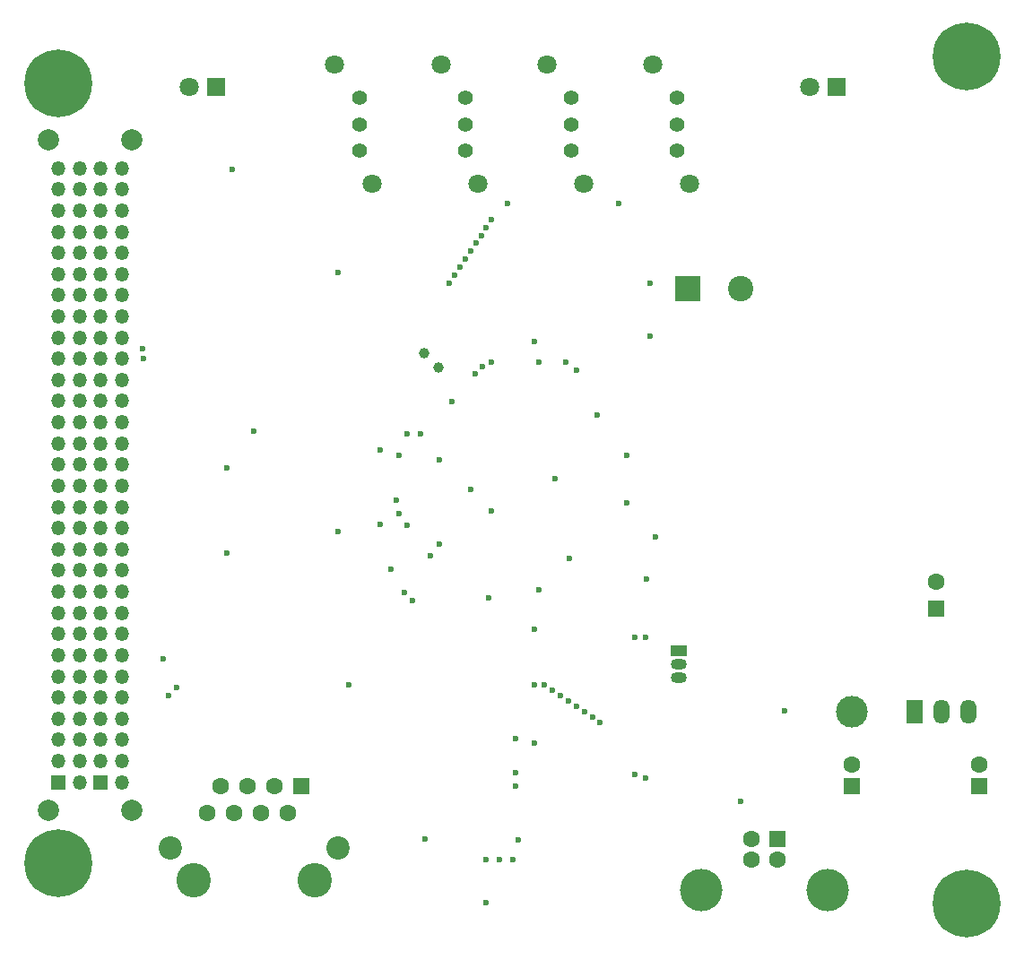
<source format=gbs>
%TF.GenerationSoftware,KiCad,Pcbnew,8.0.5*%
%TF.CreationDate,2025-04-09T01:02:25+01:00*%
%TF.ProjectId,OBC2,4f424332-2e6b-4696-9361-645f70636258,A*%
%TF.SameCoordinates,Original*%
%TF.FileFunction,Soldermask,Bot*%
%TF.FilePolarity,Negative*%
%FSLAX46Y46*%
G04 Gerber Fmt 4.6, Leading zero omitted, Abs format (unit mm)*
G04 Created by KiCad (PCBNEW 8.0.5) date 2025-04-09 01:02:25*
%MOMM*%
%LPD*%
G01*
G04 APERTURE LIST*
G04 Aperture macros list*
%AMRoundRect*
0 Rectangle with rounded corners*
0 $1 Rounding radius*
0 $2 $3 $4 $5 $6 $7 $8 $9 X,Y pos of 4 corners*
0 Add a 4 corners polygon primitive as box body*
4,1,4,$2,$3,$4,$5,$6,$7,$8,$9,$2,$3,0*
0 Add four circle primitives for the rounded corners*
1,1,$1+$1,$2,$3*
1,1,$1+$1,$4,$5*
1,1,$1+$1,$6,$7*
1,1,$1+$1,$8,$9*
0 Add four rect primitives between the rounded corners*
20,1,$1+$1,$2,$3,$4,$5,0*
20,1,$1+$1,$4,$5,$6,$7,0*
20,1,$1+$1,$6,$7,$8,$9,0*
20,1,$1+$1,$8,$9,$2,$3,0*%
G04 Aperture macros list end*
%ADD10C,1.000000*%
%ADD11R,2.400000X2.400000*%
%ADD12C,2.400000*%
%ADD13C,2.000000*%
%ADD14C,3.600000*%
%ADD15C,6.400000*%
%ADD16R,1.600000X1.600000*%
%ADD17C,1.600000*%
%ADD18O,1.350000X1.350000*%
%ADD19R,1.350000X1.350000*%
%ADD20C,4.000000*%
%ADD21R,1.500000X2.300000*%
%ADD22O,1.500000X2.300000*%
%ADD23C,3.250000*%
%ADD24RoundRect,0.248000X-0.552000X-0.552000X0.552000X-0.552000X0.552000X0.552000X-0.552000X0.552000X0*%
%ADD25C,2.200000*%
%ADD26R,1.800000X1.800000*%
%ADD27C,1.800000*%
%ADD28C,3.000000*%
%ADD29C,1.400000*%
%ADD30O,1.500000X1.050000*%
%ADD31R,1.500000X1.050000*%
%ADD32C,0.600000*%
G04 APERTURE END LIST*
D10*
%TO.C,Y2*%
X89656497Y-83156497D03*
X91000000Y-84500000D03*
%TD*%
D11*
%TO.C,C19*%
X114500000Y-77000000D03*
D12*
X119500000Y-77000000D03*
%TD*%
D13*
%TO.C,H6*%
X62015000Y-62985000D03*
%TD*%
D14*
%TO.C,H2*%
X140805000Y-55080000D03*
D15*
X140805000Y-55080000D03*
%TD*%
D16*
%TO.C,C1*%
X130000000Y-124000000D03*
D17*
X130000000Y-122000000D03*
%TD*%
D18*
%TO.C,J2*%
X57080000Y-123660000D03*
X57080000Y-121660000D03*
X57080000Y-119660000D03*
X57080000Y-117660000D03*
X57080000Y-115660000D03*
X57080000Y-113660000D03*
X57080000Y-111660000D03*
X57080000Y-109660000D03*
X57080000Y-107660000D03*
X57080000Y-105660000D03*
X57080000Y-103660000D03*
X57080000Y-101660000D03*
X57080000Y-99660000D03*
X57080000Y-97660000D03*
X57080000Y-95660000D03*
X57080000Y-93660000D03*
X57080000Y-91660000D03*
X57080000Y-89660000D03*
X57080000Y-87660000D03*
X57080000Y-85660000D03*
X57080000Y-83660000D03*
X57080000Y-81660000D03*
X57080000Y-79660000D03*
X57080000Y-77660000D03*
X57080000Y-75660000D03*
X57080000Y-73660000D03*
X57080000Y-71660000D03*
X57080000Y-69660000D03*
X57080000Y-67660000D03*
X57080000Y-65660000D03*
D19*
X55080000Y-123660000D03*
D18*
X55080000Y-121660000D03*
X55080000Y-119660000D03*
X55080000Y-117660000D03*
X55080000Y-115660000D03*
X55080000Y-113660000D03*
X55080000Y-111660000D03*
X55080000Y-109660000D03*
X55080000Y-107660000D03*
X55080000Y-105660000D03*
X55080000Y-103660000D03*
X55080000Y-101660000D03*
X55080000Y-99660000D03*
X55080000Y-97660000D03*
X55080000Y-95660000D03*
X55080000Y-93660000D03*
X55080000Y-91660000D03*
X55080000Y-89660000D03*
X55080000Y-87660000D03*
X55080000Y-85660000D03*
X55080000Y-83660000D03*
X55080000Y-81660000D03*
X55080000Y-79660000D03*
X55080000Y-77660000D03*
X55080000Y-75660000D03*
X55080000Y-73660000D03*
X55080000Y-71660000D03*
X55080000Y-69660000D03*
X55080000Y-67660000D03*
X55080000Y-65660000D03*
%TD*%
D16*
%TO.C,J3*%
X123000000Y-129000000D03*
D17*
X120500000Y-129000000D03*
X120500000Y-131000000D03*
X123000000Y-131000000D03*
D20*
X127750000Y-133860000D03*
X115750000Y-133860000D03*
%TD*%
D21*
%TO.C,U2*%
X135960000Y-117000000D03*
D22*
X138500000Y-117000000D03*
X141040000Y-117000000D03*
%TD*%
D23*
%TO.C,J4*%
X79270000Y-132890000D03*
X67840000Y-132890000D03*
D24*
X78000000Y-124000000D03*
D17*
X76730000Y-126540000D03*
X75460000Y-124000000D03*
X74190000Y-126540000D03*
X72920000Y-124000000D03*
X71650000Y-126540000D03*
X70380000Y-124000000D03*
X69110000Y-126540000D03*
D25*
X81455000Y-129840000D03*
X65655000Y-129840000D03*
%TD*%
D26*
%TO.C,D2*%
X128540000Y-58000000D03*
D27*
X126000000Y-58000000D03*
%TD*%
D28*
%TO.C,TP1*%
X130000000Y-117000000D03*
%TD*%
D26*
%TO.C,D3*%
X70000000Y-58000000D03*
D27*
X67460000Y-58000000D03*
%TD*%
D29*
%TO.C,S1*%
X113492500Y-64000000D03*
X113492500Y-61500000D03*
X113492500Y-59000000D03*
D27*
X114692500Y-67100000D03*
X111192500Y-55900000D03*
%TD*%
D14*
%TO.C,H3*%
X55080000Y-131280000D03*
D15*
X55080000Y-131280000D03*
%TD*%
D14*
%TO.C,H4*%
X140805000Y-135090000D03*
D15*
X140805000Y-135090000D03*
%TD*%
D29*
%TO.C,S3*%
X93492500Y-64000000D03*
X93492500Y-61500000D03*
X93492500Y-59000000D03*
D27*
X94692500Y-67100000D03*
X91192500Y-55900000D03*
%TD*%
D16*
%TO.C,C3*%
X138000000Y-107250000D03*
D17*
X138000000Y-104750000D03*
%TD*%
D29*
%TO.C,S2*%
X103492500Y-64000000D03*
X103492500Y-61500000D03*
X103492500Y-59000000D03*
D27*
X104692500Y-67100000D03*
X101192500Y-55900000D03*
%TD*%
D13*
%TO.C,H5*%
X54145000Y-62985000D03*
%TD*%
%TO.C,H7*%
X54145000Y-126335000D03*
%TD*%
D14*
%TO.C,H1*%
X55080000Y-57620000D03*
D15*
X55080000Y-57620000D03*
%TD*%
D18*
%TO.C,J1*%
X61080000Y-123660000D03*
X61080000Y-121660000D03*
X61080000Y-119660000D03*
X61080000Y-117660000D03*
X61080000Y-115660000D03*
X61080000Y-113660000D03*
X61080000Y-111660000D03*
X61080000Y-109660000D03*
X61080000Y-107660000D03*
X61080000Y-105660000D03*
X61080000Y-103660000D03*
X61080000Y-101660000D03*
X61080000Y-99660000D03*
X61080000Y-97660000D03*
X61080000Y-95660000D03*
X61080000Y-93660000D03*
X61080000Y-91660000D03*
X61080000Y-89660000D03*
X61080000Y-87660000D03*
X61080000Y-85660000D03*
X61080000Y-83660000D03*
X61080000Y-81660000D03*
X61080000Y-79660000D03*
X61080000Y-77660000D03*
X61080000Y-75660000D03*
X61080000Y-73660000D03*
X61080000Y-71660000D03*
X61080000Y-69660000D03*
X61080000Y-67660000D03*
X61080000Y-65660000D03*
D19*
X59080000Y-123660000D03*
D18*
X59080000Y-121660000D03*
X59080000Y-119660000D03*
X59080000Y-117660000D03*
X59080000Y-115660000D03*
X59080000Y-113660000D03*
X59080000Y-111660000D03*
X59080000Y-109660000D03*
X59080000Y-107660000D03*
X59080000Y-105660000D03*
X59080000Y-103660000D03*
X59080000Y-101660000D03*
X59080000Y-99660000D03*
X59080000Y-97660000D03*
X59080000Y-95660000D03*
X59080000Y-93660000D03*
X59080000Y-91660000D03*
X59080000Y-89660000D03*
X59080000Y-87660000D03*
X59080000Y-85660000D03*
X59080000Y-83660000D03*
X59080000Y-81660000D03*
X59080000Y-79660000D03*
X59080000Y-77660000D03*
X59080000Y-75660000D03*
X59080000Y-73660000D03*
X59080000Y-71660000D03*
X59080000Y-69660000D03*
X59080000Y-67660000D03*
X59080000Y-65660000D03*
%TD*%
D13*
%TO.C,H8*%
X62015000Y-126335000D03*
%TD*%
D29*
%TO.C,S4*%
X83492500Y-64000000D03*
X83492500Y-61500000D03*
X83492500Y-59000000D03*
D27*
X84692500Y-67100000D03*
X81192500Y-55900000D03*
%TD*%
D16*
%TO.C,C2*%
X142000000Y-124000000D03*
D17*
X142000000Y-122000000D03*
%TD*%
D30*
%TO.C,U6*%
X113640000Y-113770000D03*
X113640000Y-112500000D03*
D31*
X113640000Y-111230000D03*
%TD*%
D32*
X90250000Y-102250000D03*
X108000000Y-69000000D03*
X103000000Y-84000000D03*
X104000000Y-84750000D03*
X63125000Y-83625000D03*
X63065000Y-82685000D03*
X88000000Y-90750000D03*
X71000000Y-102000000D03*
X71000000Y-94000000D03*
X106250000Y-118000000D03*
X105500000Y-117500000D03*
X104750000Y-117000000D03*
X104000000Y-116500000D03*
X103250000Y-116000000D03*
X102500000Y-115500000D03*
X101750000Y-115000000D03*
X91103850Y-93195020D03*
X100000000Y-82000000D03*
X86500000Y-103500000D03*
X102000000Y-95000000D03*
X96000000Y-98000000D03*
X81500000Y-100000000D03*
X65000000Y-112000000D03*
X94000000Y-96000000D03*
X85500000Y-99325735D03*
X82500000Y-114500000D03*
X108750000Y-97250000D03*
X100500000Y-84000000D03*
X96000000Y-84000000D03*
X110600000Y-104500000D03*
X87250000Y-98250000D03*
X87750000Y-105750000D03*
X100000000Y-114500000D03*
X100000000Y-120000000D03*
X100000000Y-109250000D03*
X95750000Y-106250000D03*
X92277818Y-87722182D03*
X95500000Y-135000000D03*
X111000000Y-76500000D03*
X111500000Y-100500000D03*
X111000000Y-81500000D03*
X98000000Y-131000000D03*
X110500000Y-123250000D03*
X105989949Y-88989949D03*
X110500000Y-110000000D03*
X108742641Y-92742641D03*
X109500000Y-122960000D03*
X109500000Y-110000000D03*
X96750000Y-131000000D03*
X95500000Y-131000000D03*
X123625000Y-116875000D03*
X103349564Y-102551907D03*
X71500000Y-65750000D03*
X97500000Y-69000000D03*
X91049265Y-101200735D03*
X88000000Y-99348529D03*
X88500000Y-106499999D03*
X92500000Y-75750000D03*
X95000000Y-72000000D03*
X95500000Y-71250000D03*
X92000000Y-76500000D03*
X98250000Y-119500000D03*
X98500000Y-129080000D03*
X87286657Y-92768329D03*
X96000000Y-70500000D03*
X87000000Y-97000000D03*
X89750000Y-129000000D03*
X98250000Y-122730000D03*
X98250000Y-124000000D03*
X89250000Y-90750000D03*
X100500000Y-105500000D03*
X85500000Y-92250000D03*
X81500000Y-75500000D03*
X66250000Y-114750000D03*
X101000000Y-114500000D03*
X65500000Y-115500000D03*
X95139088Y-84360912D03*
X94431980Y-85068020D03*
X94000000Y-73500000D03*
X94500000Y-72750000D03*
X93500000Y-74250000D03*
X93000000Y-75000000D03*
X119500000Y-125500000D03*
X73500000Y-90500000D03*
M02*

</source>
